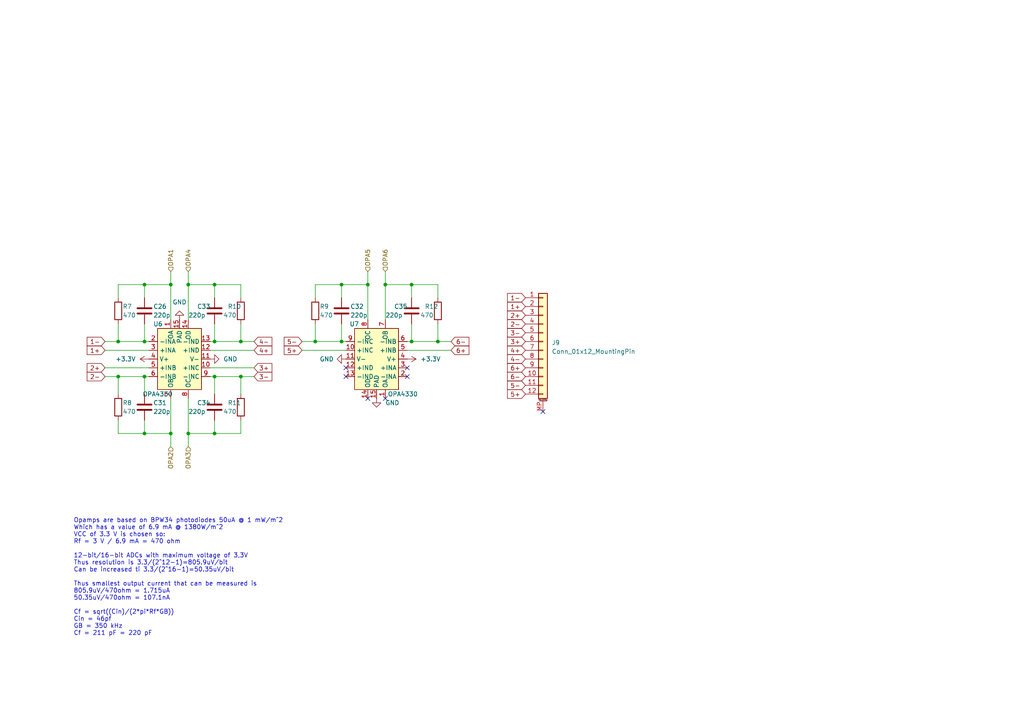
<source format=kicad_sch>
(kicad_sch (version 20231120) (generator "eeschema") (generator_version "8.0")
  (paper "A4")
  (title_block (title "Course Sun Sensor") (date "2024-04-18") (rev "V1") (comment 1 "22619291") (comment 2 "DP Theron"))
  (lib_symbols
    (symbol "Connector_Generic_MountingPin:Conn_01x12_MountingPin" (pin_names (offset 1.016) hide)
      (property "Reference" "J" (at 0 15.24 0))
      (property "Value" "Conn_01x12_MountingPin" (at 1.27 -17.78 0))
      (symbol "Conn_01x12_MountingPin_1_1"
        (rectangle (start -1.27 -15.113) (end 0 -15.367) (stroke (width 0.1524)))
        (rectangle (start -1.27 -12.573) (end 0 -12.827) (stroke (width 0.1524)))
        (rectangle (start -1.27 -10.033) (end 0 -10.287) (stroke (width 0.1524)))
        (rectangle (start -1.27 -7.493) (end 0 -7.747) (stroke (width 0.1524)))
        (rectangle (start -1.27 -4.953) (end 0 -5.207) (stroke (width 0.1524)))
        (rectangle (start -1.27 -2.413) (end 0 -2.667) (stroke (width 0.1524)))
        (rectangle (start -1.27 0.127) (end 0 -0.127) (stroke (width 0.1524)))
        (rectangle (start -1.27 2.667) (end 0 2.413) (stroke (width 0.1524)))
        (rectangle (start -1.27 5.207) (end 0 4.953) (stroke (width 0.1524)))
        (rectangle (start -1.27 7.747) (end 0 7.493) (stroke (width 0.1524)))
        (rectangle (start -1.27 10.287) (end 0 10.033) (stroke (width 0.1524)))
        (rectangle (start -1.27 12.827) (end 0 12.573) (stroke (width 0.1524)))
        (rectangle (start -1.27 13.97) (end 1.27 -16.51) (stroke (width 0.254)) (fill (type background)))
        (polyline (pts (xy -1.016 -17.272) (xy 1.016 -17.272)) (stroke (width 0.1524)))
        (text "Mounting" (at 0 -16.891 0) (effects (font (size 0.381 0.381))))
        (pin passive line (at -5.08 12.7 0) (length 3.81) (name "Pin_1") (number "1"))
        (pin passive line (at -5.08 -10.16 0) (length 3.81) (name "Pin_10") (number "10"))
        (pin passive line (at -5.08 -12.7 0) (length 3.81) (name "Pin_11") (number "11"))
        (pin passive line (at -5.08 -15.24 0) (length 3.81) (name "Pin_12") (number "12"))
        (pin passive line (at -5.08 10.16 0) (length 3.81) (name "Pin_2") (number "2"))
        (pin passive line (at -5.08 7.62 0) (length 3.81) (name "Pin_3") (number "3"))
        (pin passive line (at -5.08 5.08 0) (length 3.81) (name "Pin_4") (number "4"))
        (pin passive line (at -5.08 2.54 0) (length 3.81) (name "Pin_5") (number "5"))
        (pin passive line (at -5.08 0 0) (length 3.81) (name "Pin_6") (number "6"))
        (pin passive line (at -5.08 -2.54 0) (length 3.81) (name "Pin_7") (number "7"))
        (pin passive line (at -5.08 -5.08 0) (length 3.81) (name "Pin_8") (number "8"))
        (pin passive line (at -5.08 -7.62 0) (length 3.81) (name "Pin_9") (number "9"))
        (pin passive line (at 0 -20.32 90) (length 3.048) (name "MountPin") (number "MP"))
      )
    )
    (symbol "Device:C" (pin_numbers hide) (pin_names (offset 0.254))
      (property "Reference" "C" (at 0.635 2.54 0))
      (property "Value" "C" (at 0.635 -2.54 0))
      (symbol "C_0_1"
        (polyline (pts (xy -2.032 -0.762) (xy 2.032 -0.762)) (stroke (width 0.508)))
        (polyline (pts (xy -2.032 0.762) (xy 2.032 0.762)) (stroke (width 0.508)))
      )
      (symbol "C_1_1"
        (pin passive line (at 0 3.81 270) (length 2.794) (name "~") (number "1"))
        (pin passive line (at 0 -3.81 90) (length 2.794) (name "~") (number "2"))
      )
    )
    (symbol "Device:R" (pin_numbers hide) (pin_names (offset 0))
      (property "Reference" "R" (at 2.032 0 90))
      (property "Value" "R" (at 0 0 90))
      (symbol "R_0_1"
        (rectangle (start -1.016 -2.54) (end 1.016 2.54) (stroke (width 0.254)))
      )
      (symbol "R_1_1"
        (pin passive line (at 0 3.81 270) (length 1.27) (name "~") (number "1"))
        (pin passive line (at 0 -3.81 90) (length 1.27) (name "~") (number "2"))
      )
    )
    (symbol "OPA4330_1"
      (property "Reference" "U" (at -6.35 10.16 0))
      (symbol "OPA4330_1_0_0"
        (text_box "" (at -6.35 8.89 0) (size 12.7 -17.78) (fill (type color) (color 255 255 194 1)) (effects (font (size 1.27 1.27)) (justify left top)))
      )
      (symbol "OPA4330_1_0_1"
        (rectangle (start -6.35 8.89) (end 6.35 -8.89))
      )
      (symbol "OPA4330_1_1_1"
        (pin output line (at -2.54 11.43 270) (length 2.54) (name "OA") (number "1"))
        (pin input line (at 8.89 -2.54 180) (length 2.54) (name "+INC") (number "10"))
        (pin power_out line (at 8.89 0 180) (length 2.54) (name "V-") (number "11"))
        (pin input line (at 8.89 2.54 180) (length 2.54) (name "+IND") (number "12"))
        (pin input line (at 8.89 5.08 180) (length 2.54) (name "-IND") (number "13"))
        (pin output line (at 2.54 11.43 270) (length 2.54) (name "OD") (number "14"))
        (pin passive line (at 0 11.43 270) (length 2.54) (name "PAD") (number "15"))
        (pin input line (at -8.89 5.08 0) (length 2.54) (name "-INA") (number "2"))
        (pin input line (at -8.89 2.54 0) (length 2.54) (name "+INA") (number "3"))
        (pin power_in line (at -8.89 0 0) (length 2.54) (name "V+") (number "4"))
        (pin input line (at -8.89 -2.54 0) (length 2.54) (name "+INB") (number "5"))
        (pin input line (at -8.89 -5.08 0) (length 2.54) (name "-INB") (number "6"))
        (pin output line (at -2.54 -11.43 90) (length 2.54) (name "OB") (number "7"))
        (pin output line (at 2.54 -11.43 90) (length 2.54) (name "OC") (number "8"))
        (pin input line (at 8.89 -5.08 180) (length 2.54) (name "-INC") (number "9"))
      )
    )
    (symbol "power:+3.3V" (power) (pin_names (offset 0))
      (property "Value" "+3.3V" (at 0 3.556 0))
      (symbol "+3.3V_0_1"
        (polyline (pts (xy -0.762 1.27) (xy 0 2.54)))
        (polyline (pts (xy 0 0) (xy 0 2.54)))
        (polyline (pts (xy 0 2.54) (xy 0.762 1.27)))
      )
      (symbol "+3.3V_1_1"
        (pin power_in line (at 0 0 90) (length 0) hide (name "+3.3V") (number "1"))
      )
    )
    (symbol "power:GND" (power) (pin_names (offset 0))
      (property "Value" "GND" (at 0 -3.81 0))
      (symbol "GND_0_1"
        (polyline (pts (xy 0 0) (xy 0 -1.27) (xy 1.27 -1.27) (xy 0 -2.54) (xy -1.27 -1.27) (xy 0 -1.27)))
      )
      (symbol "GND_1_1"
        (pin power_in line (at 0 0 270) (length 0) hide (name "GND") (number "1"))
      )
    )
  )
  (junction (at 41.91 82.55))
  (junction (at 99.06 99.06))
  (junction (at 127 99.06))
  (junction (at 106.68 82.55))
  (junction (at 49.53 125.73))
  (junction (at 62.23 99.06))
  (junction (at 62.23 125.73))
  (junction (at 69.85 109.22))
  (junction (at 91.44 99.06))
  (junction (at 34.29 99.06))
  (junction (at 62.23 109.22))
  (junction (at 119.38 99.06))
  (junction (at 54.61 82.55))
  (junction (at 34.29 109.22))
  (junction (at 69.85 99.06))
  (junction (at 41.91 109.22))
  (junction (at 41.91 125.73))
  (junction (at 111.76 82.55))
  (junction (at 49.53 82.55))
  (junction (at 99.06 82.55))
  (junction (at 119.38 82.55))
  (junction (at 62.23 82.55))
  (junction (at 54.61 125.73))
  (junction (at 41.91 99.06))
  (no_connect (at 100.33 109.22))
  (no_connect (at 111.76 115.57))
  (no_connect (at 118.11 109.22))
  (no_connect (at 106.68 115.57))
  (no_connect (at 118.11 106.68))
  (no_connect (at 100.33 106.68))
  (no_connect (at 157.48 119.38))
  (wire (pts (xy 127 93.98) (xy 127 99.06)))
  (wire (pts (xy 34.29 125.73) (xy 41.91 125.73)))
  (wire (pts (xy 54.61 115.57) (xy 54.61 125.73)))
  (wire (pts (xy 99.06 82.55) (xy 99.06 86.36)))
  (wire (pts (xy 62.23 121.92) (xy 62.23 125.73)))
  (wire (pts (xy 43.18 99.06) (xy 41.91 99.06)))
  (wire (pts (xy 54.61 78.74) (xy 54.61 82.55)))
  (wire (pts (xy 69.85 109.22) (xy 73.66 109.22)))
  (wire (pts (xy 54.61 125.73) (xy 62.23 125.73)))
  (wire (pts (xy 30.48 109.22) (xy 34.29 109.22)))
  (wire (pts (xy 62.23 109.22) (xy 62.23 114.3)))
  (wire (pts (xy 118.11 99.06) (xy 119.38 99.06)))
  (wire (pts (xy 60.96 99.06) (xy 62.23 99.06)))
  (wire (pts (xy 62.23 82.55) (xy 62.23 86.36)))
  (wire (pts (xy 62.23 82.55) (xy 69.85 82.55)))
  (wire (pts (xy 41.91 82.55) (xy 49.53 82.55)))
  (wire (pts (xy 87.63 99.06) (xy 91.44 99.06)))
  (wire (pts (xy 119.38 99.06) (xy 127 99.06)))
  (wire (pts (xy 62.23 109.22) (xy 69.85 109.22)))
  (wire (pts (xy 41.91 82.55) (xy 41.91 86.36)))
  (wire (pts (xy 69.85 109.22) (xy 69.85 114.3)))
  (wire (pts (xy 119.38 82.55) (xy 127 82.55)))
  (wire (pts (xy 49.53 125.73) (xy 49.53 129.54)))
  (wire (pts (xy 91.44 93.98) (xy 91.44 99.06)))
  (wire (pts (xy 69.85 99.06) (xy 73.66 99.06)))
  (wire (pts (xy 91.44 82.55) (xy 99.06 82.55)))
  (wire (pts (xy 41.91 121.92) (xy 41.91 125.73)))
  (wire (pts (xy 106.68 82.55) (xy 106.68 92.71)))
  (wire (pts (xy 106.68 78.74) (xy 106.68 82.55)))
  (wire (pts (xy 54.61 82.55) (xy 54.61 92.71)))
  (wire (pts (xy 43.18 109.22) (xy 41.91 109.22)))
  (wire (pts (xy 119.38 93.98) (xy 119.38 99.06)))
  (wire (pts (xy 60.96 101.6) (xy 73.66 101.6)))
  (wire (pts (xy 69.85 121.92) (xy 69.85 125.73)))
  (wire (pts (xy 69.85 86.36) (xy 69.85 82.55)))
  (wire (pts (xy 30.48 106.68) (xy 43.18 106.68)))
  (wire (pts (xy 99.06 93.98) (xy 99.06 99.06)))
  (wire (pts (xy 91.44 99.06) (xy 99.06 99.06)))
  (wire (pts (xy 127 99.06) (xy 130.81 99.06)))
  (wire (pts (xy 118.11 101.6) (xy 130.81 101.6)))
  (wire (pts (xy 87.63 101.6) (xy 100.33 101.6)))
  (wire (pts (xy 34.29 109.22) (xy 41.91 109.22)))
  (wire (pts (xy 34.29 93.98) (xy 34.29 99.06)))
  (wire (pts (xy 99.06 99.06) (xy 100.33 99.06)))
  (wire (pts (xy 34.29 109.22) (xy 34.29 114.3)))
  (wire (pts (xy 111.76 82.55) (xy 111.76 92.71)))
  (wire (pts (xy 41.91 125.73) (xy 49.53 125.73)))
  (wire (pts (xy 99.06 82.55) (xy 106.68 82.55)))
  (wire (pts (xy 49.53 115.57) (xy 49.53 125.73)))
  (wire (pts (xy 111.76 78.74) (xy 111.76 82.55)))
  (wire (pts (xy 62.23 99.06) (xy 69.85 99.06)))
  (wire (pts (xy 91.44 86.36) (xy 91.44 82.55)))
  (wire (pts (xy 54.61 125.73) (xy 54.61 129.54)))
  (wire (pts (xy 34.29 99.06) (xy 41.91 99.06)))
  (wire (pts (xy 127 82.55) (xy 127 86.36)))
  (wire (pts (xy 119.38 82.55) (xy 119.38 86.36)))
  (wire (pts (xy 41.91 109.22) (xy 41.91 114.3)))
  (wire (pts (xy 41.91 93.98) (xy 41.91 99.06)))
  (wire (pts (xy 30.48 101.6) (xy 43.18 101.6)))
  (wire (pts (xy 62.23 125.73) (xy 69.85 125.73)))
  (wire (pts (xy 111.76 82.55) (xy 119.38 82.55)))
  (wire (pts (xy 34.29 82.55) (xy 41.91 82.55)))
  (wire (pts (xy 60.96 109.22) (xy 62.23 109.22)))
  (wire (pts (xy 49.53 78.74) (xy 49.53 82.55)))
  (wire (pts (xy 69.85 93.98) (xy 69.85 99.06)))
  (wire (pts (xy 60.96 106.68) (xy 73.66 106.68)))
  (wire (pts (xy 30.48 99.06) (xy 34.29 99.06)))
  (wire (pts (xy 34.29 121.92) (xy 34.29 125.73)))
  (wire (pts (xy 49.53 82.55) (xy 49.53 92.71)))
  (wire (pts (xy 62.23 93.98) (xy 62.23 99.06)))
  (wire (pts (xy 62.23 82.55) (xy 54.61 82.55)))
  (wire (pts (xy 34.29 86.36) (xy 34.29 82.55)))
  (text "Opamps are based on BPW34 photodiodes 50uA @ 1 mW/m^2\nWhich has a value of 6.9 mA @ 1380W/m^2\nVCC of 3.3 V is chosen so:\nRf = 3 V / 6.9 mA = 470 ohm\n\n12-bit/16-bit ADCs with maximum voltage of 3,3V\nThus resolution is 3.3/(2^12-1)=805.9uV/bit\nCan be increased ti 3.3/(2^16-1)=50.35uV/bit\n\nThus smallest output current that can be measured is\n805.9uV/470ohm = 1.715uA\n50.35uV/470ohm = 107.1nA\n\nCf = sqrt((Cin)/(2*pi*Rf*GB))\nCin = 46pf\nGB = 350 kHz\nCf = 211 pF = 220 pF\n\n" (at 21.336 168.402 0) (effects (font (size 1.27 1.27)) (justify left)))
  (global_label "1-" (shape input) (at 152.4 86.36 180) (property "Intersheetrefs" "${INTERSHEET_REFS}" (effects (hide yes))))
  (global_label "4+" (shape input) (at 152.4 101.6 180) (property "Intersheetrefs" "${INTERSHEET_REFS}" (effects (hide yes))))
  (global_label "5+" (shape input) (at 152.4 114.3 180) (property "Intersheetrefs" "${INTERSHEET_REFS}" (effects (hide yes))))
  (global_label "2-" (shape input) (at 152.4 93.98 180) (property "Intersheetrefs" "${INTERSHEET_REFS}" (effects (hide yes))))
  (global_label "3-" (shape input) (at 73.66 109.22 0) (property "Intersheetrefs" "${INTERSHEET_REFS}" (effects (hide yes))))
  (global_label "5-" (shape input) (at 152.4 111.76 180) (property "Intersheetrefs" "${INTERSHEET_REFS}" (effects (hide yes))))
  (global_label "2+" (shape input) (at 152.4 91.44 180) (property "Intersheetrefs" "${INTERSHEET_REFS}" (effects (hide yes))))
  (global_label "5+" (shape input) (at 87.63 101.6 180) (property "Intersheetrefs" "${INTERSHEET_REFS}" (effects (hide yes))))
  (global_label "3-" (shape input) (at 152.4 96.52 180) (property "Intersheetrefs" "${INTERSHEET_REFS}" (effects (hide yes))))
  (global_label "3+" (shape input) (at 73.66 106.68 0) (property "Intersheetrefs" "${INTERSHEET_REFS}" (effects (hide yes))))
  (global_label "2+" (shape input) (at 30.48 106.68 180) (property "Intersheetrefs" "${INTERSHEET_REFS}" (effects (hide yes))))
  (global_label "4+" (shape input) (at 73.66 101.6 0) (property "Intersheetrefs" "${INTERSHEET_REFS}" (effects (hide yes))))
  (global_label "4-" (shape input) (at 73.66 99.06 0) (property "Intersheetrefs" "${INTERSHEET_REFS}" (effects (hide yes))))
  (global_label "6-" (shape input) (at 130.81 99.06 0) (property "Intersheetrefs" "${INTERSHEET_REFS}" (effects (hide yes))))
  (global_label "1+" (shape input) (at 30.48 101.6 180) (property "Intersheetrefs" "${INTERSHEET_REFS}" (effects (hide yes))))
  (global_label "6-" (shape input) (at 152.4 109.22 180) (property "Intersheetrefs" "${INTERSHEET_REFS}" (effects (hide yes))))
  (global_label "5-" (shape input) (at 87.63 99.06 180) (property "Intersheetrefs" "${INTERSHEET_REFS}" (effects (hide yes))))
  (global_label "6+" (shape input) (at 130.81 101.6 0) (property "Intersheetrefs" "${INTERSHEET_REFS}" (effects (hide yes))))
  (global_label "3+" (shape input) (at 152.4 99.06 180) (property "Intersheetrefs" "${INTERSHEET_REFS}" (effects (hide yes))))
  (global_label "1-" (shape input) (at 30.48 99.06 180) (property "Intersheetrefs" "${INTERSHEET_REFS}" (effects (hide yes))))
  (global_label "2-" (shape input) (at 30.48 109.22 180) (property "Intersheetrefs" "${INTERSHEET_REFS}" (effects (hide yes))))
  (global_label "6+" (shape input) (at 152.4 106.68 180) (property "Intersheetrefs" "${INTERSHEET_REFS}" (effects (hide yes))))
  (global_label "4-" (shape input) (at 152.4 104.14 180) (property "Intersheetrefs" "${INTERSHEET_REFS}" (effects (hide yes))))
  (global_label "1+" (shape input) (at 152.4 88.9 180) (property "Intersheetrefs" "${INTERSHEET_REFS}" (effects (hide yes))))
  (hierarchical_label "OPA5" (shape input) (at 106.68 78.74 90))
  (hierarchical_label "OPA6" (shape input) (at 111.76 78.74 90))
  (hierarchical_label "OPA1" (shape input) (at 49.53 78.74 90))
  (hierarchical_label "OPA3" (shape input) (at 54.61 129.54 270))
  (hierarchical_label "OPA2" (shape input) (at 49.53 129.54 270))
  (hierarchical_label "OPA4" (shape input) (at 54.61 78.74 90))
  (symbol (lib_name "OPA4330_1") (lib_id "Skripsie:OPA4330") (at 109.22 104.14 180) (unit 1)
    (property "Reference" "U7" (at 104.14 93.98 0) (effects (justify left)))
    (property "Value" "OPA4330" (at 116.84 114.3 0))
    (property "Footprint" "Skripsie:Texas_S-PVQFN-N14" (effects (hide yes)))
    (property "JLCPCB #" "C2059987" (effects (hide yes)))
  )
  (symbol (lib_id "Device:R") (at 69.85 90.17 0) (unit 1)
    (property "Reference" "R10" (at 66.04 88.9 0) (effects (justify left)))
    (property "Value" "470" (at 64.77 91.44 0) (effects (justify left)))
    (property "Footprint" "Resistor_SMD:R_0603_1608Metric" (effects (hide yes)))
    (property "JLCPCB #" "C491160" (effects (hide yes)))
  )
  (symbol (lib_id "Device:C") (at 62.23 90.17 0) (unit 1)
    (property "Reference" "C33" (at 57.15 88.9 0) (effects (justify left)))
    (property "Value" "220p" (at 54.61 91.44 0) (effects (justify left)))
    (property "Footprint" "Capacitor_SMD:C_0603_1608Metric" (effects (hide yes)))
    (property "JLCPCB #" "C3865471" (effects (hide yes)))
  )
  (symbol (lib_id "Device:R") (at 69.85 118.11 0) (unit 1)
    (property "Reference" "R11" (at 66.04 116.84 0) (effects (justify left)))
    (property "Value" "470" (at 64.77 119.38 0) (effects (justify left)))
    (property "Footprint" "Resistor_SMD:R_0603_1608Metric" (effects (hide yes)))
    (property "JLCPCB #" "C491160" (effects (hide yes)))
  )
  (symbol (lib_id "power:GND") (at 60.96 104.14 90) (unit 1)
    (property "Reference" "#PWR048" (effects (hide yes)))
    (property "Value" "GND" (at 64.77 104.14 90) (effects (justify right)))
  )
  (symbol (lib_id "power:GND") (at 109.22 115.57 0) (unit 1)
    (property "Reference" "#PWR047" (effects (hide yes)))
    (property "Value" "GND" (at 111.76 116.84 0) (effects (justify left)))
  )
  (symbol (lib_id "Device:C") (at 119.38 90.17 0) (unit 1)
    (property "Reference" "C35" (at 114.3 88.9 0) (effects (justify left)))
    (property "Value" "220p" (at 111.76 91.44 0) (effects (justify left)))
    (property "Footprint" "Capacitor_SMD:C_0603_1608Metric" (effects (hide yes)))
    (property "JLCPCB #" "C3865471" (effects (hide yes)))
  )
  (symbol (lib_id "power:GND") (at 100.33 104.14 270) (unit 1)
    (property "Reference" "#PWR020" (effects (hide yes)))
    (property "Value" "GND" (at 92.71 104.14 90) (effects (justify left)))
  )
  (symbol (lib_id "Connector_Generic_MountingPin:Conn_01x12_MountingPin") (at 157.48 99.06 0) (unit 1)
    (property "Reference" "J9" (at 160.02 99.4155 0) (effects (justify left)))
    (property "Value" "Conn_01x12_MountingPin" (at 160.02 101.9555 0) (effects (justify left)))
    (property "Footprint" "Connector_JST:JST_GH_SM12B-GHS-TB_1x12-1MP_P1.25mm_Horizontal" (effects (hide yes)))
    (property "Description" "Generic connectable mounting pin connector, single row, 01x12, script generated (kicad-library-utils/schlib/autogen/connector/)" (effects (hide yes)))
  )
  (symbol (lib_id "power:GND") (at 52.07 92.71 180) (unit 1)
    (property "Reference" "#PWR021" (effects (hide yes)))
    (property "Value" "GND" (at 52.07 87.63 0))
  )
  (symbol (lib_id "power:+3.3V") (at 43.18 104.14 90) (unit 1)
    (property "Reference" "#PWR014" (effects (hide yes)))
    (property "Value" "+3.3V" (at 39.37 104.14 90) (effects (justify left)))
  )
  (symbol (lib_id "Device:C") (at 62.23 118.11 0) (unit 1)
    (property "Reference" "C34" (at 57.15 116.84 0) (effects (justify left)))
    (property "Value" "220p" (at 54.61 119.38 0) (effects (justify left)))
    (property "Footprint" "Capacitor_SMD:C_0603_1608Metric" (effects (hide yes)))
    (property "JLCPCB #" "C3865471" (effects (hide yes)))
  )
  (symbol (lib_id "Device:R") (at 34.29 90.17 0) (unit 1)
    (property "Reference" "R7" (at 35.56 88.9 0) (effects (justify left)))
    (property "Value" "470" (at 35.56 91.44 0) (effects (justify left)))
    (property "Footprint" "Resistor_SMD:R_0603_1608Metric" (effects (hide yes)))
    (property "JLCPCB #" "C491160" (effects (hide yes)))
  )
  (symbol (lib_name "OPA4330_1") (lib_id "Skripsie:OPA4330") (at 52.07 104.14 0) (unit 1)
    (property "Reference" "U6" (at 44.45 93.98 0) (effects (justify left)))
    (property "Value" "OPA4330" (at 45.72 114.3 0))
    (property "Footprint" "Skripsie:Texas_S-PVQFN-N14" (effects (hide yes)))
    (property "JLCPCB #" "C2059987" (effects (hide yes)))
  )
  (symbol (lib_id "Device:C") (at 99.06 90.17 0) (unit 1)
    (property "Reference" "C32" (at 101.6 88.9 0) (effects (justify left)))
    (property "Value" "220p" (at 101.6 91.44 0) (effects (justify left)))
    (property "Footprint" "Capacitor_SMD:C_0603_1608Metric" (effects (hide yes)))
    (property "JLCPCB #" "C3865471" (effects (hide yes)))
  )
  (symbol (lib_id "Device:C") (at 41.91 118.11 0) (unit 1)
    (property "Reference" "C31" (at 44.45 116.84 0) (effects (justify left)))
    (property "Value" "220p" (at 44.45 119.38 0) (effects (justify left)))
    (property "Footprint" "Capacitor_SMD:C_0603_1608Metric" (effects (hide yes)))
    (property "JLCPCB #" "C3865471" (effects (hide yes)))
  )
  (symbol (lib_id "Device:C") (at 41.91 90.17 0) (unit 1)
    (property "Reference" "C26" (at 44.45 88.9 0) (effects (justify left)))
    (property "Value" "220p" (at 44.45 91.44 0) (effects (justify left)))
    (property "Footprint" "Capacitor_SMD:C_0603_1608Metric" (effects (hide yes)))
    (property "JLCPCB #" "C3865471" (effects (hide yes)))
  )
  (symbol (lib_id "Device:R") (at 127 90.17 0) (unit 1)
    (property "Reference" "R12" (at 123.19 88.9 0) (effects (justify left)))
    (property "Value" "470" (at 121.92 91.44 0) (effects (justify left)))
    (property "Footprint" "Resistor_SMD:R_0603_1608Metric" (effects (hide yes)))
    (property "JLCPCB #" "C491160" (effects (hide yes)))
  )
  (symbol (lib_id "Device:R") (at 91.44 90.17 0) (unit 1)
    (property "Reference" "R9" (at 92.71 88.9 0) (effects (justify left)))
    (property "Value" "470" (at 92.71 91.44 0) (effects (justify left)))
    (property "Footprint" "Resistor_SMD:R_0603_1608Metric" (effects (hide yes)))
    (property "JLCPCB #" "C491160" (effects (hide yes)))
  )
  (symbol (lib_id "Device:R") (at 34.29 118.11 0) (unit 1)
    (property "Reference" "R8" (at 35.56 116.84 0) (effects (justify left)))
    (property "Value" "470" (at 35.56 119.38 0) (effects (justify left)))
    (property "Footprint" "Resistor_SMD:R_0603_1608Metric" (effects (hide yes)))
    (property "JLCPCB #" "C491160" (effects (hide yes)))
  )
  (symbol (lib_id "power:+3.3V") (at 118.11 104.14 270) (unit 1)
    (property "Reference" "#PWR049" (effects (hide yes)))
    (property "Value" "+3.3V" (at 121.92 104.14 90) (effects (justify left)))
  )
)
</source>
